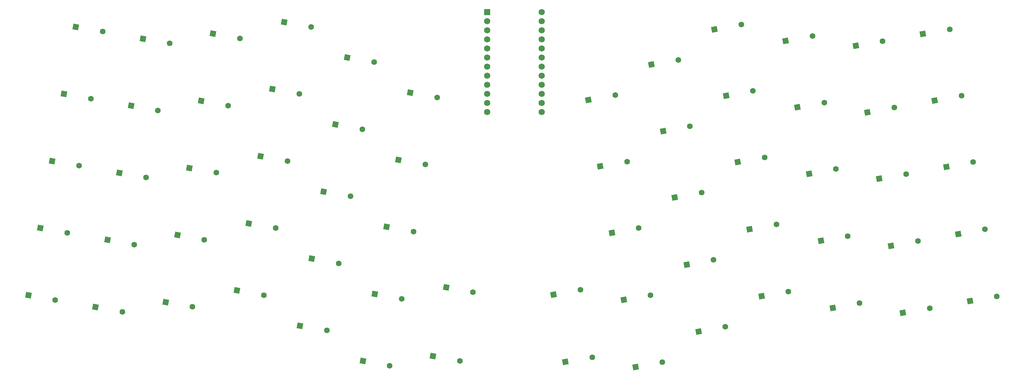
<source format=gtl>
%TF.GenerationSoftware,KiCad,Pcbnew,(6.0.8)*%
%TF.CreationDate,2023-02-18T20:13:43+07:00*%
%TF.ProjectId,test,74657374-2e6b-4696-9361-645f70636258,rev?*%
%TF.SameCoordinates,Original*%
%TF.FileFunction,Copper,L1,Top*%
%TF.FilePolarity,Positive*%
%FSLAX46Y46*%
G04 Gerber Fmt 4.6, Leading zero omitted, Abs format (unit mm)*
G04 Created by KiCad (PCBNEW (6.0.8)) date 2023-02-18 20:13:43*
%MOMM*%
%LPD*%
G01*
G04 APERTURE LIST*
G04 Aperture macros list*
%AMHorizOval*
0 Thick line with rounded ends*
0 $1 width*
0 $2 $3 position (X,Y) of the first rounded end (center of the circle)*
0 $4 $5 position (X,Y) of the second rounded end (center of the circle)*
0 Add line between two ends*
20,1,$1,$2,$3,$4,$5,0*
0 Add two circle primitives to create the rounded ends*
1,1,$1,$2,$3*
1,1,$1,$4,$5*%
%AMRotRect*
0 Rectangle, with rotation*
0 The origin of the aperture is its center*
0 $1 length*
0 $2 width*
0 $3 Rotation angle, in degrees counterclockwise*
0 Add horizontal line*
21,1,$1,$2,0,0,$3*%
G04 Aperture macros list end*
%TA.AperFunction,ComponentPad*%
%ADD10HorizOval,1.600000X0.000000X0.000000X0.000000X0.000000X0*%
%TD*%
%TA.AperFunction,ComponentPad*%
%ADD11RotRect,1.600000X1.600000X10.000000*%
%TD*%
%TA.AperFunction,ComponentPad*%
%ADD12HorizOval,1.600000X0.000000X0.000000X0.000000X0.000000X0*%
%TD*%
%TA.AperFunction,ComponentPad*%
%ADD13RotRect,1.600000X1.600000X350.000000*%
%TD*%
%TA.AperFunction,ComponentPad*%
%ADD14R,1.752600X1.752600*%
%TD*%
%TA.AperFunction,ComponentPad*%
%ADD15C,1.752600*%
%TD*%
G04 APERTURE END LIST*
D10*
%TO.P,D34,2,A*%
%TO.N,Net-(D34-Pad2)*%
X207927109Y-118288571D03*
D11*
%TO.P,D34,1,K*%
%TO.N,ROW 2*%
X200422874Y-119611770D03*
%TD*%
D12*
%TO.P,D53,2,A*%
%TO.N,Net-(D53-Pad2)*%
X46040229Y-151589865D03*
D13*
%TO.P,D53,1,K*%
%TO.N,ROW 4*%
X38535994Y-150266666D03*
%TD*%
D10*
%TO.P,D61,2,A*%
%TO.N,Net-(D61-Pad2)*%
X232145893Y-145935541D03*
D11*
%TO.P,D61,1,K*%
%TO.N,ROW 4*%
X224641658Y-147258740D03*
%TD*%
D10*
%TO.P,D10,2,A*%
%TO.N,Net-(D10-Pad2)*%
X238898449Y-74526611D03*
D11*
%TO.P,D10,1,K*%
%TO.N,ROW 0*%
X231394214Y-75849810D03*
%TD*%
D10*
%TO.P,D59,2,A*%
%TO.N,Net-(D59-Pad2)*%
X196940316Y-165683948D03*
D11*
%TO.P,D59,1,K*%
%TO.N,ROW 4*%
X189436081Y-167007147D03*
%TD*%
D10*
%TO.P,D21,2,A*%
%TO.N,Net-(D21-Pad2)*%
X204652191Y-99715589D03*
D11*
%TO.P,D21,1,K*%
%TO.N,ROW 1*%
X197147956Y-101038788D03*
%TD*%
D12*
%TO.P,D40,2,A*%
%TO.N,Net-(D40-Pad2)*%
X49348227Y-132829278D03*
D13*
%TO.P,D40,1,K*%
%TO.N,ROW 3*%
X41843992Y-131506079D03*
%TD*%
D10*
%TO.P,D48,2,A*%
%TO.N,Net-(D48-Pad2)*%
X228837895Y-127174954D03*
D11*
%TO.P,D48,1,K*%
%TO.N,ROW 3*%
X221333660Y-128498153D03*
%TD*%
D12*
%TO.P,D2,2,A*%
%TO.N,Net-(D2-Pad2)*%
X59272220Y-76547515D03*
D13*
%TO.P,D2,1,K*%
%TO.N,ROW 0*%
X51767985Y-75224316D03*
%TD*%
D10*
%TO.P,D51,2,A*%
%TO.N,Net-(D51-Pad2)*%
X287104457Y-128507313D03*
D11*
%TO.P,D51,1,K*%
%TO.N,ROW 3*%
X279600222Y-129830512D03*
%TD*%
D12*
%TO.P,D41,2,A*%
%TO.N,Net-(D41-Pad2)*%
X68935814Y-131447129D03*
D13*
%TO.P,D41,1,K*%
%TO.N,ROW 3*%
X61431579Y-130123930D03*
%TD*%
D10*
%TO.P,D37,2,A*%
%TO.N,Net-(D37-Pad2)*%
X265035871Y-113054724D03*
D11*
%TO.P,D37,1,K*%
%TO.N,ROW 2*%
X257531636Y-114377923D03*
%TD*%
D10*
%TO.P,D35,2,A*%
%TO.N,Net-(D35-Pad2)*%
X225529897Y-108414367D03*
D11*
%TO.P,D35,1,K*%
%TO.N,ROW 2*%
X218025662Y-109737566D03*
%TD*%
D12*
%TO.P,D28,2,A*%
%TO.N,Net-(D28-Pad2)*%
X72243812Y-112686541D03*
D13*
%TO.P,D28,1,K*%
%TO.N,ROW 2*%
X64739577Y-111363342D03*
%TD*%
D10*
%TO.P,D60,2,A*%
%TO.N,Net-(D60-Pad2)*%
X214543104Y-155809745D03*
D11*
%TO.P,D60,1,K*%
%TO.N,ROW 4*%
X207038869Y-157132944D03*
%TD*%
D12*
%TO.P,D14,2,A*%
%TO.N,Net-(D14-Pad2)*%
X55964222Y-95308103D03*
D13*
%TO.P,D14,1,K*%
%TO.N,ROW 1*%
X48459987Y-93984904D03*
%TD*%
D12*
%TO.P,D52,2,A*%
%TO.N,Net-(D52-Pad2)*%
X27279641Y-148281867D03*
D13*
%TO.P,D52,1,K*%
%TO.N,ROW 4*%
X19775406Y-146958668D03*
%TD*%
D12*
%TO.P,D6,2,A*%
%TO.N,Net-(D6-Pad2)*%
X133983771Y-91655565D03*
D13*
%TO.P,D6,1,K*%
%TO.N,ROW 0*%
X126479536Y-90332366D03*
%TD*%
D10*
%TO.P,D64,2,A*%
%TO.N,Net-(D64-Pad2)*%
X290412454Y-147267901D03*
D11*
%TO.P,D64,1,K*%
%TO.N,ROW 4*%
X282908219Y-148591100D03*
%TD*%
D12*
%TO.P,D29,2,A*%
%TO.N,Net-(D29-Pad2)*%
X92162199Y-109428333D03*
D13*
%TO.P,D29,1,K*%
%TO.N,ROW 2*%
X84657964Y-108105134D03*
%TD*%
D12*
%TO.P,D57,2,A*%
%TO.N,Net-(D57-Pad2)*%
X120751780Y-166697915D03*
D13*
%TO.P,D57,1,K*%
%TO.N,ROW 4*%
X113247545Y-165374716D03*
%TD*%
D12*
%TO.P,D5,2,A*%
%TO.N,Net-(D5-Pad2)*%
X116380983Y-81781362D03*
D13*
%TO.P,D5,1,K*%
%TO.N,ROW 0*%
X108876748Y-80458163D03*
%TD*%
D12*
%TO.P,D15,2,A*%
%TO.N,Net-(D15-Pad2)*%
X75551809Y-93925954D03*
D13*
%TO.P,D15,1,K*%
%TO.N,ROW 1*%
X68047574Y-92602755D03*
%TD*%
D10*
%TO.P,D9,2,A*%
%TO.N,Net-(D9-Pad2)*%
X218980062Y-71268403D03*
D11*
%TO.P,D9,1,K*%
%TO.N,ROW 0*%
X211475827Y-72591602D03*
%TD*%
D10*
%TO.P,D63,2,A*%
%TO.N,Net-(D63-Pad2)*%
X271651867Y-150575899D03*
D11*
%TO.P,D63,1,K*%
%TO.N,ROW 4*%
X264147632Y-151899098D03*
%TD*%
D12*
%TO.P,D16,2,A*%
%TO.N,Net-(D16-Pad2)*%
X95470196Y-90667746D03*
D13*
%TO.P,D16,1,K*%
%TO.N,ROW 1*%
X87965961Y-89344547D03*
%TD*%
D10*
%TO.P,D22,2,A*%
%TO.N,Net-(D22-Pad2)*%
X222254979Y-89841385D03*
D11*
%TO.P,D22,1,K*%
%TO.N,ROW 1*%
X214750744Y-91164584D03*
%TD*%
D12*
%TO.P,D30,2,A*%
%TO.N,Net-(D30-Pad2)*%
X109764987Y-119302537D03*
D13*
%TO.P,D30,1,K*%
%TO.N,ROW 2*%
X102260752Y-117979338D03*
%TD*%
D10*
%TO.P,D32,2,A*%
%TO.N,Net-(D32-Pad2)*%
X174028191Y-145447409D03*
D11*
%TO.P,D32,1,K*%
%TO.N,ROW 2*%
X166523956Y-146770608D03*
%TD*%
D10*
%TO.P,D49,2,A*%
%TO.N,Net-(D49-Pad2)*%
X248756282Y-130433162D03*
D11*
%TO.P,D49,1,K*%
%TO.N,ROW 3*%
X241252047Y-131756361D03*
%TD*%
D12*
%TO.P,D55,2,A*%
%TO.N,Net-(D55-Pad2)*%
X85546203Y-146949508D03*
D13*
%TO.P,D55,1,K*%
%TO.N,ROW 4*%
X78041968Y-145626309D03*
%TD*%
D10*
%TO.P,D47,2,A*%
%TO.N,Net-(D47-Pad2)*%
X211235106Y-137049157D03*
D11*
%TO.P,D47,1,K*%
%TO.N,ROW 3*%
X203730871Y-138372356D03*
%TD*%
D12*
%TO.P,D45,2,A*%
%TO.N,Net-(D45-Pad2)*%
X140339367Y-165315766D03*
D13*
%TO.P,D45,1,K*%
%TO.N,ROW 3*%
X132835132Y-163992567D03*
%TD*%
D12*
%TO.P,D43,2,A*%
%TO.N,Net-(D43-Pad2)*%
X106456989Y-138063125D03*
D13*
%TO.P,D43,1,K*%
%TO.N,ROW 3*%
X98952754Y-136739926D03*
%TD*%
D10*
%TO.P,D23,2,A*%
%TO.N,Net-(D23-Pad2)*%
X242173366Y-93099593D03*
D11*
%TO.P,D23,1,K*%
%TO.N,ROW 1*%
X234669131Y-94422792D03*
%TD*%
D12*
%TO.P,D18,2,A*%
%TO.N,Net-(D18-Pad2)*%
X130675773Y-110416153D03*
D13*
%TO.P,D18,1,K*%
%TO.N,ROW 1*%
X123171538Y-109092954D03*
%TD*%
D12*
%TO.P,D44,2,A*%
%TO.N,Net-(D44-Pad2)*%
X124059778Y-147937328D03*
D13*
%TO.P,D44,1,K*%
%TO.N,ROW 3*%
X116555543Y-146614129D03*
%TD*%
D12*
%TO.P,D42,2,A*%
%TO.N,Net-(D42-Pad2)*%
X88854201Y-128188921D03*
D13*
%TO.P,D42,1,K*%
%TO.N,ROW 3*%
X81349966Y-126865722D03*
%TD*%
D10*
%TO.P,D33,2,A*%
%TO.N,Net-(D33-Pad2)*%
X190324320Y-128162774D03*
D11*
%TO.P,D33,1,K*%
%TO.N,ROW 2*%
X182820085Y-129485973D03*
%TD*%
D10*
%TO.P,D11,2,A*%
%TO.N,Net-(D11-Pad2)*%
X258486036Y-75908760D03*
D11*
%TO.P,D11,1,K*%
%TO.N,ROW 0*%
X250981801Y-77231959D03*
%TD*%
D10*
%TO.P,D24,2,A*%
%TO.N,Net-(D24-Pad2)*%
X261760953Y-94481742D03*
D11*
%TO.P,D24,1,K*%
%TO.N,ROW 1*%
X254256718Y-95804941D03*
%TD*%
D10*
%TO.P,D12,2,A*%
%TO.N,Net-(D12-Pad2)*%
X277246623Y-72600763D03*
D11*
%TO.P,D12,1,K*%
%TO.N,ROW 0*%
X269742388Y-73923962D03*
%TD*%
D10*
%TO.P,D62,2,A*%
%TO.N,Net-(D62-Pad2)*%
X252064280Y-149193749D03*
D11*
%TO.P,D62,1,K*%
%TO.N,ROW 4*%
X244560045Y-150516948D03*
%TD*%
D12*
%TO.P,D3,2,A*%
%TO.N,Net-(D3-Pad2)*%
X78859807Y-75165366D03*
D13*
%TO.P,D3,1,K*%
%TO.N,ROW 0*%
X71355572Y-73842167D03*
%TD*%
D12*
%TO.P,D39,2,A*%
%TO.N,Net-(D39-Pad2)*%
X30587639Y-129521280D03*
D13*
%TO.P,D39,1,K*%
%TO.N,ROW 3*%
X23083404Y-128198081D03*
%TD*%
D10*
%TO.P,D46,2,A*%
%TO.N,Net-(D46-Pad2)*%
X193632318Y-146923361D03*
D11*
%TO.P,D46,1,K*%
%TO.N,ROW 3*%
X186128083Y-148246560D03*
%TD*%
D10*
%TO.P,D58,2,A*%
%TO.N,Net-(D58-Pad2)*%
X177352729Y-164301799D03*
D11*
%TO.P,D58,1,K*%
%TO.N,ROW 4*%
X169848494Y-165624998D03*
%TD*%
D10*
%TO.P,D25,2,A*%
%TO.N,Net-(D25-Pad2)*%
X280521541Y-91173745D03*
D11*
%TO.P,D25,1,K*%
%TO.N,ROW 1*%
X273017306Y-92496944D03*
%TD*%
D12*
%TO.P,D26,2,A*%
%TO.N,Net-(D26-Pad2)*%
X33895637Y-110760693D03*
D13*
%TO.P,D26,1,K*%
%TO.N,ROW 2*%
X26391402Y-109437494D03*
%TD*%
D10*
%TO.P,D50,2,A*%
%TO.N,Net-(D50-Pad2)*%
X268343869Y-131815311D03*
D11*
%TO.P,D50,1,K*%
%TO.N,ROW 3*%
X260839634Y-133138510D03*
%TD*%
D12*
%TO.P,D13,2,A*%
%TO.N,Net-(D13-Pad2)*%
X37203635Y-92000105D03*
D13*
%TO.P,D13,1,K*%
%TO.N,ROW 1*%
X29699400Y-90676906D03*
%TD*%
D14*
%TO.P,U1,1,TX0/PD3*%
%TO.N,unconnected-(U1-Pad1)*%
X147955000Y-67786250D03*
D15*
%TO.P,U1,2,RX1/PD2*%
%TO.N,unconnected-(U1-Pad2)*%
X147955000Y-70326250D03*
%TO.P,U1,3,GND*%
%TO.N,unconnected-(U1-Pad3)*%
X147955000Y-72866250D03*
%TO.P,U1,4,GND*%
%TO.N,unconnected-(U1-Pad4)*%
X147955000Y-75406250D03*
%TO.P,U1,5,2/PD1*%
%TO.N,unconnected-(U1-Pad5)*%
X147955000Y-77946250D03*
%TO.P,U1,6,3/PD0*%
%TO.N,unconnected-(U1-Pad6)*%
X147955000Y-80486250D03*
%TO.P,U1,7,4/PD4*%
%TO.N,unconnected-(U1-Pad7)*%
X147955000Y-83026250D03*
%TO.P,U1,8,5/PC6*%
%TO.N,unconnected-(U1-Pad8)*%
X147955000Y-85566250D03*
%TO.P,U1,9,6/PD7*%
%TO.N,unconnected-(U1-Pad9)*%
X147955000Y-88106250D03*
%TO.P,U1,10,7/PE6*%
%TO.N,unconnected-(U1-Pad10)*%
X147955000Y-90646250D03*
%TO.P,U1,11,8/PB4*%
%TO.N,unconnected-(U1-Pad11)*%
X147955000Y-93186250D03*
%TO.P,U1,12,9/PB5*%
%TO.N,unconnected-(U1-Pad12)*%
X147955000Y-95726250D03*
%TO.P,U1,13,10/PB6*%
%TO.N,unconnected-(U1-Pad13)*%
X163195000Y-95726250D03*
%TO.P,U1,14,16/PB2*%
%TO.N,unconnected-(U1-Pad14)*%
X163195000Y-93186250D03*
%TO.P,U1,15,14/PB3*%
%TO.N,unconnected-(U1-Pad15)*%
X163195000Y-90646250D03*
%TO.P,U1,16,15/PB1*%
%TO.N,unconnected-(U1-Pad16)*%
X163195000Y-88106250D03*
%TO.P,U1,17,A0/PF7*%
%TO.N,unconnected-(U1-Pad17)*%
X163195000Y-85566250D03*
%TO.P,U1,18,A1/PF6*%
%TO.N,unconnected-(U1-Pad18)*%
X163195000Y-83026250D03*
%TO.P,U1,19,A2/PF5*%
%TO.N,unconnected-(U1-Pad19)*%
X163195000Y-80486250D03*
%TO.P,U1,20,A3/PF4*%
%TO.N,unconnected-(U1-Pad20)*%
X163195000Y-77946250D03*
%TO.P,U1,21,VCC*%
%TO.N,unconnected-(U1-Pad21)*%
X163195000Y-75406250D03*
%TO.P,U1,22,RST*%
%TO.N,unconnected-(U1-Pad22)*%
X163195000Y-72866250D03*
%TO.P,U1,23,GND*%
%TO.N,unconnected-(U1-Pad23)*%
X163195000Y-70326250D03*
%TO.P,U1,24,RAW*%
%TO.N,unconnected-(U1-Pad24)*%
X163195000Y-67786250D03*
%TD*%
D10*
%TO.P,D8,2,A*%
%TO.N,Net-(D8-Pad2)*%
X201377273Y-81142607D03*
D11*
%TO.P,D8,1,K*%
%TO.N,ROW 0*%
X193873038Y-82465806D03*
%TD*%
D10*
%TO.P,D20,2,A*%
%TO.N,Net-(D20-Pad2)*%
X187049402Y-109589792D03*
D11*
%TO.P,D20,1,K*%
%TO.N,ROW 1*%
X179545167Y-110912991D03*
%TD*%
D10*
%TO.P,D38,2,A*%
%TO.N,Net-(D38-Pad2)*%
X283796459Y-109746726D03*
D11*
%TO.P,D38,1,K*%
%TO.N,ROW 2*%
X276292224Y-111069925D03*
%TD*%
D12*
%TO.P,D31,2,A*%
%TO.N,Net-(D31-Pad2)*%
X127367776Y-129176740D03*
D13*
%TO.P,D31,1,K*%
%TO.N,ROW 2*%
X119863541Y-127853541D03*
%TD*%
D12*
%TO.P,D27,2,A*%
%TO.N,Net-(D27-Pad2)*%
X52656225Y-114068691D03*
D13*
%TO.P,D27,1,K*%
%TO.N,ROW 2*%
X45151990Y-112745492D03*
%TD*%
D12*
%TO.P,D56,2,A*%
%TO.N,Net-(D56-Pad2)*%
X103148992Y-156823711D03*
D13*
%TO.P,D56,1,K*%
%TO.N,ROW 4*%
X95644757Y-155500512D03*
%TD*%
D12*
%TO.P,D54,2,A*%
%TO.N,Net-(D54-Pad2)*%
X65627816Y-150207716D03*
D13*
%TO.P,D54,1,K*%
%TO.N,ROW 4*%
X58123581Y-148884517D03*
%TD*%
D10*
%TO.P,D36,2,A*%
%TO.N,Net-(D36-Pad2)*%
X245448284Y-111672575D03*
D11*
%TO.P,D36,1,K*%
%TO.N,ROW 2*%
X237944049Y-112995774D03*
%TD*%
D12*
%TO.P,D1,2,A*%
%TO.N,Net-(D1-Pad2)*%
X40511632Y-73239517D03*
D13*
%TO.P,D1,1,K*%
%TO.N,ROW 0*%
X33007397Y-71916318D03*
%TD*%
D12*
%TO.P,D4,2,A*%
%TO.N,Net-(D4-Pad2)*%
X98778194Y-71907158D03*
D13*
%TO.P,D4,1,K*%
%TO.N,ROW 0*%
X91273959Y-70583959D03*
%TD*%
D12*
%TO.P,D19,2,A*%
%TO.N,Net-(D19-Pad2)*%
X144019552Y-146111059D03*
D13*
%TO.P,D19,1,K*%
%TO.N,ROW 1*%
X136515317Y-144787860D03*
%TD*%
D10*
%TO.P,D7,2,A*%
%TO.N,Net-(D7-Pad2)*%
X183774485Y-91016810D03*
D11*
%TO.P,D7,1,K*%
%TO.N,ROW 0*%
X176270250Y-92340009D03*
%TD*%
D12*
%TO.P,D17,2,A*%
%TO.N,Net-(D17-Pad2)*%
X113072985Y-100541949D03*
D13*
%TO.P,D17,1,K*%
%TO.N,ROW 1*%
X105568750Y-99218750D03*
%TD*%
M02*

</source>
